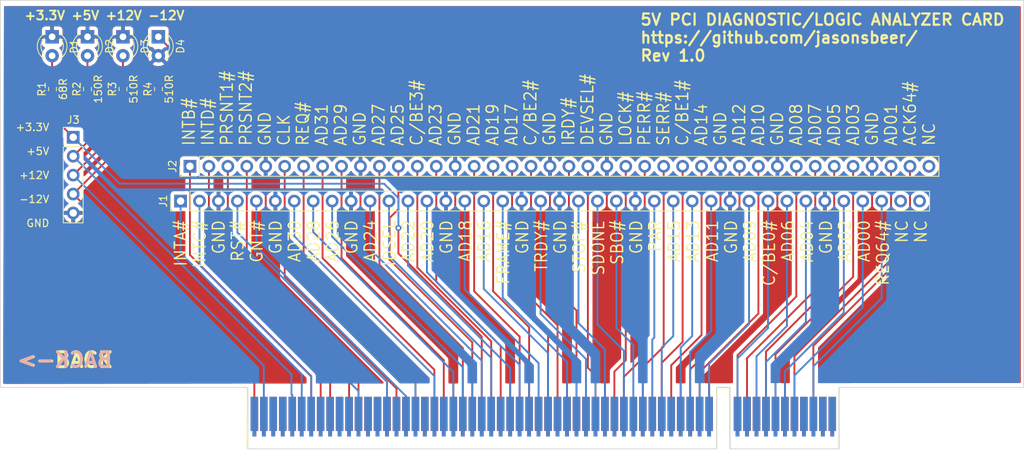
<source format=kicad_pcb>
(kicad_pcb (version 20221018) (generator pcbnew)
  (title_block (title "PCI 5V LOGIC CARD") (date "2023-12-22") (rev "1.0"))
  (layers (0 "F.Cu" signal) (31 "B.Cu" signal) (34 "B.Paste" user) (35 "F.Paste" user) (36 "B.SilkS" user "B.Silkscreen") (37 "F.SilkS" user "F.Silkscreen") (38 "B.Mask" user) (39 "F.Mask" user) (44 "Edge.Cuts" user))
  (net 0 "")
  (net 1 "+12V")
  (net 7 "+5V")
  (net 8 "/INTA#")
  (net 9 "/INTC#")
  (net 11 "GND")
  (net 12 "/RST#")
  (net 13 "/GNT#")
  (net 15 "/AD30")
  (net 16 "/AD28")
  (net 17 "/AD26")
  (net 18 "/AD24")
  (net 20 "/IDSEL")
  (net 21 "/AD22")
  (net 22 "/AD20")
  (net 23 "/AD18")
  (net 24 "/AD16")
  (net 25 "/FRAME#")
  (net 26 "/TRDY#")
  (net 27 "/STOP#")
  (net 28 "/SDONE")
  (net 29 "/SBO#")
  (net 30 "/PAR")
  (net 32 "/AD15")
  (net 33 "/AD13")
  (net 34 "/AD11")
  (net 35 "/AD09")
  (net 37 "/C{slash}BE0#")
  (net 38 "/AD06")
  (net 39 "/AD04")
  (net 40 "/AD02")
  (net 42 "/AD00")
  (net 44 "/REQ64#")
  (net 45 "-12V")
  (net 46 "/INTB#")
  (net 47 "/INTD#")
  (net 48 "/PRSNT1#")
  (net 49 "/PRSNT2#")
  (net 50 "/CLK")
  (net 51 "/REQ#")
  (net 53 "/AD31")
  (net 54 "/AD29")
  (net 55 "/AD27")
  (net 56 "/AD25")
  (net 58 "+3.3V")
  (net 62 "/C{slash}BE3#")
  (net 65 "/AD23")
  (net 66 "/AD21")
  (net 67 "/AD19")
  (net 72 "/AD17")
  (net 73 "/C{slash}BE2#")
  (net 75 "/IRDY#")
  (net 77 "/DEVSEL#")
  (net 78 "/LOCK#")
  (net 80 "/PERR#")
  (net 82 "/SERR#")
  (net 83 "/C{slash}BE1#")
  (net 84 "/AD14")
  (net 85 "/AD12")
  (net 86 "/AD10")
  (net 88 "/AD08")
  (net 89 "/AD07")
  (net 90 "/AD05")
  (net 91 "/AD03")
  (net 92 "/AD01")
  (net 94 "/ACK64#")
  (net 95 "Net-(D1-A)")
  (net 96 "Net-(D2-A)")
  (net 97 "Net-(D3-A)")
  (net 98 "Net-(D4-K)")
  (footprint "LED_THT:LED_D3.0mm" (layer "F.Cu") (at 95.596666 73.18 -90)
    (fp_text reference "D3")
    (fp_text value "LED")
  )
  (footprint "Resistor_SMD:R_0603_1608Metric" (layer "F.Cu") (at 90.84 80.195 90)
    (fp_text reference "R2")
    (fp_text value "150R")
  )
  (footprint "PCI:BUS_PCI" (layer "F.Cu") (at 151.94 125.11)
    (fp_text reference "CN1" hide)
    (fp_text value "Bus_PCI_32bit_5V")
  )
  (footprint "LED_THT:LED_D3.0mm" (layer "F.Cu") (at 100.343334 73.18 -90)
    (fp_text reference "D4")
    (fp_text value "LED")
  )
  (footprint "Resistor_SMD:R_0603_1608Metric" (layer "F.Cu") (at 100.36 80.195 -90)
    (fp_text reference "R4")
    (fp_text value "510R")
  )
  (footprint "Connector_PinHeader_2.54mm:PinHeader_1x05_P2.54mm_Vertical" (layer "F.Cu") (at 88.93 86.66)
    (fp_text reference "J3")
    (fp_text value "Conn_01x05")
  )
  (footprint "Resistor_SMD:R_0603_1608Metric" (layer "F.Cu") (at 86.15 80.195 90)
    (fp_text reference "R1")
    (fp_text value "68R")
  )
  (footprint "LED_THT:LED_D3.0mm" (layer "F.Cu") (at 90.85 73.18 -90)
    (fp_text reference "D2")
    (fp_text value "LED")
  )
  (footprint "Connector_PinHeader_2.54mm:PinHeader_1x40_P2.54mm_Vertical" (layer "F.Cu") (at 104.575 90.56 90)
    (fp_text reference "J2")
    (fp_text value "Conn_01x40")
  )
  (footprint "Resistor_SMD:R_0603_1608Metric" (layer "F.Cu") (at 95.6 80.195 90)
    (fp_text reference "R3")
    (fp_text value "510R")
  )
  (footprint "LED_THT:LED_D3.0mm" (layer "F.Cu") (at 86.103334 73.18 -90)
    (fp_text reference "D1")
    (fp_text value "LED")
  )
  (footprint "Connector_PinHeader_2.54mm:PinHeader_1x40_P2.54mm_Vertical" (layer "F.Cu") (at 103.32 95.22 90)
    (fp_text reference "J1")
    (fp_text value "Conn_01x40")
  )
  (gr_line (start 112.34 120.23) (end 79.165 120.22) (stroke (width 0.1)) (layer "Edge.Cuts"))
  (gr_line (start 216.34 120.23) (end 216.34 68.29) (stroke (width 0.1)) (layer "Edge.Cuts"))
  (gr_line (start 79.165 68.29) (end 216.34 68.29) (stroke (width 0.1)) (layer "Edge.Cuts"))
  (gr_line (start 191.565 128.48) (end 176.99 128.48) (stroke (width 0.1)) (layer "Edge.Cuts"))
  (gr_line (start 191.565 120.23) (end 216.34 120.23) (stroke (width 0.1)) (layer "Edge.Cuts"))
  (gr_line (start 79.165 120.22) (end 79.165 68.29) (stroke (width 0.1)) (layer "Edge.Cuts"))
  (gr_line (start 112.34 128.48) (end 112.34 120.23) (stroke (width 0.1)) (layer "Edge.Cuts"))
  (gr_line (start 176.99 120.205) (end 175.165 120.205) (stroke (width 0.1)) (layer "Edge.Cuts"))
  (gr_line (start 191.565 120.23) (end 191.565 128.48) (stroke (width 0.1)) (layer "Edge.Cuts"))
  (gr_line (start 175.165 120.205) (end 175.165 128.48) (stroke (width 0.1)) (layer "Edge.Cuts"))
  (gr_line (start 175.165 128.48) (end 112.34 128.48) (stroke (width 0.1)) (layer "Edge.Cuts"))
  (gr_line (start 176.99 128.48) (end 176.99 120.205) (stroke (width 0.1)) (layer "Edge.Cuts"))
  (gr_text "BACK->" (at 94.39 117.7) (layer "B.SilkS") (effects (font (size 2 2) (thickness 0.4) bold) (justify left bottom mirror)))
  (gr_text "<-BACK" (at 81.32 117.71) (layer "F.SilkS") (effects (font (size 2 2) (thickness 0.4) bold) (justify left bottom)))
  (gr_text "+3.3V\n\n+5V\n\n+12V\n\n-12V\n\nGND" (at 85.81 98.78) (layer "F.SilkS") (effects (font (size 1 1)) (justify right bottom)))
  (gr_text "+3.3V +5V +12V -12V" (at 82.28 71.02) (layer "F.SilkS") (effects (font (size 1.2 1.2) (thickness 0.24) bold) (justify left bottom)))
  (gr_text "INTB#\nINTD#\nPRSNT1#\nPRSNT2#\nGND\nCLK\nREQ#\nAD31\nAD29\nGND\nAD27\nAD25\nC/BE3#\nAD23\nGND\nAD21\nAD19\nAD17\nC/BE2#\nGND\nIRDY#\nDEVSEL#\nGND\nLOCK#\nPERR#\nSERR#\nC/BE1#\nAD14\nGND\nAD12\nAD10\nGND\nAD08\nAD07\nAD05\nAD03\nGND\nAD01\nACK64#\nNC" (at 204.56 87.92 90) (layer "F.SilkS") (effects (font (size 1.58 1.5) (thickness 0.1875)) (justify left bottom)))
  (gr_text "5V PCI DIAGNOSTIC/LOGIC ANALYZER CARD\nhttps://github.com/jasonsbeer/\nRev 1.0" (at 164.81 76.58) (layer "F.SilkS") (effects (font (size 1.5 1.5) (thickness 0.3) bold) (justify left bottom)))
  (gr_text "INTA#\nINTC#\nGND\nRST#\nGNT#\nGND\nAD30\nAD28\nAD26\nGND\nAD24\nIDSEL\nAD22\nAD20\nGND\nAD18\nAD16\nFRAME#\nGND\nTRDY#\nGND\nSTOP#\nSDONE\nSBO#\nGND\nPAR\nAD15\nAD13\nAD11\nGND\nAD09\nC/BE0#\nAD06\nAD04\nGND\nAD02\nAD00\nREQ64#\nNC\nNC" (at 203.47 97.65 90) (layer "F.SilkS") (effects (font (size 1.58 1.5) (thickness 0.1875)) (justify right bottom)))
  (segment (start 95.6 85.07) (end 95.6 81.02) (width 0.25) (layer "F.Cu") (net 1))
  (segment (start 88.93 91.74) (end 95.6 85.07) (width 0.25) (layer "F.Cu") (net 1))
  (segment (start 114.48 117.29) (end 88.93 91.74) (width 0.25) (layer "B.Cu") (net 1))
  (segment (start 114.48 123.78) (end 114.48 117.29) (width 0.25) (layer "B.Cu") (net 1))
  (segment (start 90.84 87.29) (end 90.84 81.02) (width 0.25) (layer "F.Cu") (net 7))
  (segment (start 88.93 89.2) (end 90.84 87.29) (width 0.25) (layer "F.Cu") (net 7))
  (segment (start 118.29 121.245) (end 118.185 121.14) (width 0.25) (layer "B.Cu") (net 7))
  (segment (start 118.185 121.14) (end 118.185 118.455) (width 0.25) (layer "B.Cu") (net 7))
  (segment (start 118.185 118.455) (end 88.93 89.2) (width 0.25) (layer "B.Cu") (net 7))
  (segment (start 118.29 123.78) (end 118.29 121.245) (width 0.25) (layer "B.Cu") (net 7))
  (segment (start 103.32 102.22) (end 103.32 95.22) (width 0.25) (layer "B.Cu") (net 8))
  (segment (start 119.56 123.78) (end 119.56 118.46) (width 0.25) (layer "B.Cu") (net 8))
  (segment (start 119.56 118.46) (end 103.32 102.22) (width 0.25) (layer "B.Cu") (net 8))
  (segment (start 105.86 103.8) (end 120.83 118.77) (width 0.25) (layer "B.Cu") (net 9))
  (segment (start 120.83 118.77) (end 120.83 123.78) (width 0.25) (layer "B.Cu") (net 9))
  (segment (start 105.86 95.22) (end 105.86 103.8) (width 0.25) (layer "B.Cu") (net 9))
  (segment (start 140.135 106.715) (end 147.5 114.08) (width 0.25) (layer "F.Cu") (net 11))
  (segment (start 160.19 118.22) (end 160.2 118.23) (width 0.25) (layer "F.Cu") (net 11))
  (segment (start 114.735 104.665) (end 127.17 117.1) (width 0.25) (layer "F.Cu") (net 11))
  (segment (start 139.88 115.88) (end 139.88 123.78) (width 0.25) (layer "F.Cu") (net 11))
  (segment (start 174.17 117.74) (end 174.17 123.78) (width 0.25) (layer "F.Cu") (net 11))
  (segment (start 100.36 76.076666) (end 100.343334 76.06) (width 0.25) (layer "F.Cu") (net 11))
  (segment (start 175.695 90.56) (end 175.695 112.245) (width 0.25) (layer "F.Cu") (net 11))
  (segment (start 160.455 90.56) (end 160.455 117.955) (width 0.25) (layer "F.Cu") (net 11))
  (segment (start 183.315 108.595) (end 174.17 117.74) (width 0.25) (layer "F.Cu") (net 11))
  (segment (start 184.33 116.08) (end 196.015 104.395) (width 0.25) (layer "F.Cu") (net 11))
  (segment (start 183.315 90.56) (end 183.315 108.595) (width 0.25) (layer "F.Cu") (net 11))
  (segment (start 184.33 123.78) (end 184.33 116.08) (width 0.25) (layer "F.Cu") (net 11))
  (segment (start 127.435 90.56) (end 127.435 103.435) (width 0.25) (layer "F.Cu") (net 11))
  (segment (start 155.12 110.45) (end 155.12 123.78) (width 0.25) (layer "F.Cu") (net 11))
  (segment (start 147.5 114.08) (end 147.5 123.78) (width 0.25) (layer "F.Cu") (net 11))
  (segment (start 152.835 90.56) (end 152.835 108.165) (width 0.25) (layer "F.Cu") (net 11))
  (segment (start 127.435 103.435) (end 139.88 115.88) (width 0.25) (layer "F.Cu") (net 11))
  (segment (start 140.135 90.56) (end 140.135 106.715) (width 0.25) (layer "F.Cu") (net 11))
  (segment (start 160.2 118.23) (end 160.2 123.78) (width 0.25) (layer "F.Cu") (net 11))
  (segment (start 196.015 104.395) (end 196.015 90.56) (width 0.25) (layer "F.Cu") (net 11))
  (segment (start 170.36 117.58) (end 170.36 123.78) (width 0.25) (layer "F.Cu") (net 11))
  (segment (start 114.735 90.56) (end 114.735 104.665) (width 0.25) (layer "F.Cu") (net 11))
  (segment (start 160.455 117.955) (end 160.19 118.22) (width 0.25) (layer "F.Cu") (net 11))
  (segment (start 175.695 112.245) (end 170.36 117.58) (width 0.25) (layer "F.Cu") (net 11))
  (segment (start 127.17 117.1) (end 127.17 123.78) (width 0.25) (layer "F.Cu") (net 11))
  (segment (start 152.835 108.165) (end 155.12 110.45) (width 0.25) (layer "F.Cu") (net 11))
  (segment (start 108.4 95.22) (end 108.4 101.955) (width 0.25) (layer "B.Cu") (net 11))
  (segment (start 142.42 117.28) (end 142.42 123.78) (width 0.25) (layer "B.Cu") (net 11))
  (segment (start 116.02 95.22) (end 116.02 100.71) (width 0.25) (layer "B.Cu") (net 11))
  (segment (start 156.39 117.05) (end 156.39 123.78) (width 0.25) (layer "B.Cu") (net 11))
  (segment (start 126.18 95.22) (end 126.18 101.04) (width 0.25) (layer "B.Cu") (net 11))
  (segment (start 189.68 95.22) (end 189.68 110.85) (width 0.25) (layer "B.Cu") (net 11))
  (segment (start 189.68 110.85) (end 183.06 117.47) (width 0.25) (layer "B.Cu") (net 11))
  (segment (start 108.4 101.955) (end 127.17 120.725) (width 0.25) (layer "B.Cu") (net 11))
  (segment (start 126.18 101.04) (end 142.42 117.28) (width 0.25) (layer "B.Cu") (net 11))
  (segment (start 164.28 95.22) (end 164.28 112.89) (width 0.25) (layer "B.Cu") (net 11))
  (segment (start 127.17 120.725) (end 127.17 123.78) (width 0.25) (layer "B.Cu") (net 11))
  (segment (start 138.88 106.04) (end 150.04 117.2) (width 0.25) (layer "B.Cu") (net 11))
  (segment (start 154.12 95.22) (end 154.12 110.89) (width 0.25) (layer "B.Cu") (net 11))
  (segment (start 165.28 113.89) (end 165.28 123.78) (width 0.25) (layer "B.Cu") (net 11))
  (segment (start 172.9 115.69) (end 172.9 123.78) (width 0.25) (layer "B.Cu") (net 11))
  (segment (start 154.12 110.89) (end 158.93 115.7) (width 0.25) (layer "B.Cu") (net 11))
  (segment (start 176.98 95.22) (end 176.98 111.61) (width 0.25) (layer "B.Cu") (net 11))
  (segment (start 138.88 95.22) (end 138.88 106.04) (width 0.25) (layer "B.Cu") (net 11))
  (segment (start 183.06 117.47) (end 183.06 123.78) (width 0.25) (layer "B.Cu") (net 11))
  (segment (start 158.93 115.7) (end 158.93 123.78) (width 0.25) (layer "B.Cu") (net 11))
  (segment (start 149.04 95.22) (end 149.04 109.7) (width 0.25) (layer "B.Cu") (net 11))
  (segment (start 149.04 109.7) (end 156.39 117.05) (width 0.25) (layer "B.Cu") (net 11))
  (segment (start 150.04 117.2) (end 150.04 123.78) (width 0.25) (layer "B.Cu") (net 11))
  (segment (start 134.8 119.49) (end 134.8 123.78) (width 0.25) (layer "B.Cu") (net 11))
  (segment (start 176.98 111.61) (end 172.9 115.69) (width 0.25) (layer "B.Cu") (net 11))
  (segment (start 116.02 100.71) (end 134.8 119.49) (width 0.25) (layer "B.Cu") (net 11))
  (segment (start 164.28 112.89) (end 165.28 113.89) (width 0.25) (layer "B.Cu") (net 11))
  (segment (start 110.94 95.22) (end 110.94 99.44) (width 0.25) (layer "B.Cu") (net 12))
  (segment (start 110.94 99.44) (end 130.99 119.49) (width 0.25) (layer "B.Cu") (net 12))
  (segment (start 130.99 119.49) (end 130.99 123.78) (width 0.25) (layer "B.Cu") (net 12))
  (segment (start 113.48 101.343604) (end 133.53 121.393604) (width 0.25) (layer "B.Cu") (net 13))
  (segment (start 113.48 95.22) (end 113.48 101.343604) (width 0.25) (layer "B.Cu") (net 13))
  (segment (start 133.53 121.393604) (end 133.53 123.78) (width 0.25) (layer "B.Cu") (net 13))
  (segment (start 118.56 95.22) (end 118.56 99.93) (width 0.25) (layer "B.Cu") (net 15))
  (segment (start 137.34 118.71) (end 137.34 123.78) (width 0.25) (layer "B.Cu") (net 15))
  (segment (start 118.56 99.93) (end 137.34 118.71) (width 0.25) (layer "B.Cu") (net 15))
  (segment (start 139.88 118.15) (end 139.88 123.78) (width 0.25) (layer "B.Cu") (net 16))
  (segment (start 121.1 95.22) (end 121.1 99.37) (width 0.25) (layer "B.Cu") (net 16))
  (segment (start 121.1 99.37) (end 139.88 118.15) (width 0.25) (layer "B.Cu") (net 16))
  (segment (start 141.15 117.52) (end 141.15 123.78) (width 0.25) (layer "B.Cu") (net 17))
  (segment (start 123.64 100.01) (end 141.15 117.52) (width 0.25) (layer "B.Cu") (net 17))
  (segment (start 123.64 95.22) (end 123.64 100.01) (width 0.25) (layer "B.Cu") (net 17))
  (segment (start 128.72 101.67) (end 143.69 116.64) (width 0.25) (layer "B.Cu") (net 18))
  (segment (start 143.69 116.64) (end 143.69 123.78) (width 0.25) (layer "B.Cu") (net 18))
  (segment (start 128.72 95.22) (end 128.72 101.67) (width 0.25) (layer "B.Cu") (net 18))
  (segment (start 131.26 95.22) (end 131.26 102.55) (width 0.25) (layer "B.Cu") (net 20))
  (segment (start 144.96 116.25) (end 144.96 123.78) (width 0.25) (layer "B.Cu") (net 20))
  (segment (start 131.26 102.55) (end 144.96 116.25) (width 0.25) (layer "B.Cu") (net 20))
  (segment (start 147.5 117.6) (end 147.5 123.78) (width 0.25) (layer "B.Cu") (net 21))
  (segment (start 133.8 103.9) (end 147.5 117.6) (width 0.25) (layer "B.Cu") (net 21))
  (segment (start 133.8 95.22) (end 133.8 103.9) (width 0.25) (layer "B.Cu") (net 21))
  (segment (start 136.34 95.22) (end 136.34 104.77) (width 0.25) (layer "B.Cu") (net 22))
  (segment (start 148.77 117.2) (end 148.77 123.78) (width 0.25) (layer "B.Cu") (net 22))
  (segment (start 136.34 104.77) (end 148.77 117.2) (width 0.25) (layer "B.Cu") (net 22))
  (segment (start 141.42 95.22) (end 141.42 107.08) (width 0.25) (layer "B.Cu") (net 23))
  (segment (start 151.31 116.97) (end 151.31 123.78) (width 0.25) (layer "B.Cu") (net 23))
  (segment (start 141.42 107.08) (end 151.31 116.97) (width 0.25) (layer "B.Cu") (net 23))
  (segment (start 143.96 95.22) (end 143.96 107) (width 0.25) (layer "B.Cu") (net 24))
  (segment (start 143.96 107) (end 152.58 115.62) (width 0.25) (layer "B.Cu") (net 24))
  (segment (start 152.58 115.62) (end 152.58 123.78) (width 0.25) (layer "B.Cu") (net 24))
  (segment (start 146.5 95.22) (end 146.5 108.19) (width 0.25) (layer "B.Cu") (net 25))
  (segment (start 155.12 116.81) (end 155.12 123.78) (width 0.25) (layer "B.Cu") (net 25))
  (segment (start 146.5 108.19) (end 155.12 116.81) (width 0.25) (layer "B.Cu") (net 25))
  (segment (start 151.58 95.22) (end 151.58 110.34) (width 0.25) (layer "B.Cu") (net 26))
  (segment (start 157.66 116.42) (end 157.66 123.78) (width 0.25) (layer "B.Cu") (net 26))
  (segment (start 151.58 110.34) (end 157.66 116.42) (width 0.25) (layer "B.Cu") (net 26))
  (segment (start 156.66 111.61) (end 160.2 115.15) (width 0.25) (layer "B.Cu") (net 27))
  (segment (start 156.66 95.22) (end 156.66 111.61) (width 0.25) (layer "B.Cu") (net 27))
  (segment (start 160.2 115.15) (end 160.2 123.78) (width 0.25) (layer "B.Cu") (net 27))
  (segment (start 162.74 115.31) (end 162.74 123.78) (width 0.25) (layer "B.Cu") (net 28))
  (segment (start 159.2 95.22) (end 159.2 111.77) (width 0.25) (layer "B.Cu") (net 28))
  (segment (start 159.2 111.77) (end 162.74 115.31) (width 0.25) (layer "B.Cu") (net 28))
  (segment (start 161.74 95.22) (end 161.74 112.25) (width 0.25) (layer "B.Cu") (net 29))
  (segment (start 164.01 114.52) (end 164.01 123.78) (width 0.25) (layer "B.Cu") (net 29))
  (segment (start 161.74 112.25) (end 164.01 114.52) (width 0.25) (layer "B.Cu") (net 29))
  (segment (start 166.55 123.78) (end 166.55 113.81) (width 0.25) (layer "B.Cu") (net 30))
  (segment (start 166.55 113.81) (end 166.82 113.54) (width 0.25) (layer "B.Cu") (net 30))
  (segment (start 166.82 113.54) (end 166.82 95.22) (width 0.25) (layer "B.Cu") (net 30))
  (segment (start 169.36 113.34) (end 169.36 95.22) (width 0.25) (layer "B.Cu") (net 32))
  (segment (start 167.82 114.88) (end 169.36 113.34) (width 0.25) (layer "B.Cu") (net 32))
  (segment (start 167.82 123.78) (end 167.82 114.88) (width 0.25) (layer "B.Cu") (net 32))
  (segment (start 171.9 95.22) (end 171.9 113.33) (width 0.25) (layer "B.Cu") (net 33))
  (segment (start 171.9 113.33) (end 170.36 114.87) (width 0.25) (layer "B.Cu") (net 33))
  (segment (start 170.36 114.87) (end 170.36 123.78) (width 0.25) (layer "B.Cu") (net 33))
  (segment (start 171.63 115.53) (end 171.63 123.78) (width 0.25) (layer "B.Cu") (net 34))
  (segment (start 171.6 115.5) (end 171.63 115.53) (width 0.25) (layer "B.Cu") (net 34))
  (segment (start 174.44 112.66) (end 171.6 115.5) (width 0.25) (layer "B.Cu") (net 34))
  (segment (start 174.44 95.22) (end 174.44 112.66) (width 0.25) (layer "B.Cu") (net 34))
  (segment (start 179.52 111.71) (end 174.17 117.06) (width 0.25) (layer "B.Cu") (net 35))
  (segment (start 179.52 95.22) (end 179.52 111.71) (width 0.25) (layer "B.Cu") (net 35))
  (segment (start 174.17 117.06) (end 174.17 123.78) (width 0.25) (layer "B.Cu") (net 35))
  (segment (start 182.06 95.22) (end 182.06 112.26) (width 0.25) (layer "B.Cu") (net 37))
  (segment (start 177.98 116.34) (end 177.98 123.78) (width 0.25) (layer "B.Cu") (net 37))
  (segment (start 182.06 112.26) (end 177.98 116.34) (width 0.25) (layer "B.Cu") (net 37))
  (segment (start 184.6 95.22) (end 184.6 111.98) (width 0.25) (layer "B.Cu") (net 38))
  (segment (start 180.52 116.06) (end 180.52 123.78) (width 0.25) (layer "B.Cu") (net 38))
  (segment (start 184.6 111.98) (end 180.52 116.06) (width 0.25) (layer "B.Cu") (net 38))
  (segment (start 187.14 111.47) (end 181.79 116.82) (width 0.25) (layer "B.Cu") (net 39))
  (segment (start 187.14 95.22) (end 187.14 111.47) (width 0.25) (layer "B.Cu") (net 39))
  (segment (start 181.79 116.82) (end 181.79 123.78) (width 0.25) (layer "B.Cu") (net 39))
  (segment (start 192.22 110.19) (end 184.33 118.08) (width 0.25) (layer "B.Cu") (net 40))
  (segment (start 184.33 118.08) (end 184.33 123.78) (width 0.25) (layer "B.Cu") (net 40))
  (segment (start 192.22 95.22) (end 192.22 110.19) (width 0.25) (layer "B.Cu") (net 40))
  (segment (start 185.6 123.78) (end 185.6 118.63) (width 0.25) (layer "B.Cu") (net 42))
  (segment (start 194.76 109.47) (end 194.76 95.22) (width 0.25) (layer "B.Cu") (net 42))
  (segment (start 185.6 118.63) (end 194.76 109.47) (width 0.25) (layer "B.Cu") (net 42))
  (segment (start 197.3 108.25) (end 197.3 95.22) (width 0.25) (layer "B.Cu") (net 44))
  (segment (start 188.14 123.78) (end 188.14 117.41) (width 0.25) (layer "B.Cu") (net 44))
  (segment (start 188.14 117.41) (end 197.3 108.25) (width 0.25) (layer "B.Cu") (net 44))
  (segment (start 113.21 123.78) (end 113.21 118.56) (width 0.25) (layer "F.Cu") (net 45))
  (segment (start 88.93 94.28) (end 100.36 82.85) (width 0.25) (layer "F.Cu") (net 45))
  (segment (start 113.21 118.56) (end 88.93 94.28) (width 0.25) (layer "F.Cu") (net 45))
  (segment (start 100.36 82.85) (end 100.36 81.02) (width 0.25) (layer "F.Cu") (net 45))
  (segment (start 104.575 90.56) (end 104.575 102.445) (width 0.25) (layer "F.Cu") (net 46))
  (segment (start 104.575 102.445) (end 120.83 118.7) (width 0.25) (layer "F.Cu") (net 46))
  (segment (start 120.83 118.7) (end 120.83 123.78) (width 0.25) (layer "F.Cu") (net 46))
  (segment (start 122.1 118.21) (end 122.1 123.78) (width 0.25) (layer "F.Cu") (net 47))
  (segment (start 107.115 103.225) (end 122.1 118.21) (width 0.25) (layer "F.Cu") (net 47))
  (segment (start 107.115 90.56) (end 107.115 103.225) (width 0.25) (layer "F.Cu") (net 47))
  (segment (start 123.37 116.83) (end 123.37 123.78) (width 0.25) (layer "F.Cu") (net 48))
  (segment (start 109.655 90.56) (end 109.655 103.115) (width 0.25) (layer "F.Cu") (net 48))
  (segment (start 109.655 103.115) (end 123.37 116.83) (width 0.25) (layer "F.Cu") (net 48))
  (segment (start 125.91 118.05) (end 125.91 123.78) (width 0.25) (layer "F.Cu") (net 49))
  (segment (start 112.195 104.335) (end 125.91 118.05) (width 0.25) (layer "F.Cu") (net 49))
  (segment (start 112.195 90.56) (end 112.195 104.335) (width 0.25) (layer "F.Cu") (net 49))
  (segment (start 117.275 105.385) (end 132.26 120.37) (width 0.25) (layer "F.Cu") (net 50))
  (segment (start 132.26 120.37) (end 132.26 123.78) (width 0.25) (layer "F.Cu") (net 50))
  (segment (start 117.275 90.56) (end 117.275 105.385) (width 0.25) (layer "F.Cu") (net 50))
  (segment (start 134.8 118.4) (end 134.8 123.78) (width 0.25) (layer "F.Cu") (net 51))
  (segment (start 119.815 90.56) (end 119.815 103.415) (width 0.25) (layer "F.Cu") (net 51))
  (segment (start 119.815 103.415) (end 134.8 118.4) (width 0.25) (layer "F.Cu") (net 51))
  (segment (start 122.355 102.875) (end 137.34 117.86) (width 0.25) (layer "F.Cu") (net 53))
  (segment (start 137.34 117.86) (end 137.34 123.78) (width 0.25) (layer "F.Cu") (net 53))
  (segment (start 122.355 90.56) (end 122.355 102.875) (width 0.25) (layer "F.Cu") (net 53))
  (segment (start 138.6 116.58) (end 138.6 123.78) (width 0.25) (layer "F.Cu") (net 54))
  (segment (start 124.895 102.875) (end 138.6 116.58) (width 0.25) (layer "F.Cu") (net 54))
  (segment (start 124.895 90.56) (end 124.895 102.875) (width 0.25) (layer "F.Cu") (net 54))
  (segment (start 129.975 90.56) (end 129.975 103.775) (width 0.25) (layer "F.Cu") (net 55))
  (segment (start 141.15 114.95) (end 141.15 123.78) (width 0.25) (layer "F.Cu") (net 55))
  (segment (start 129.975 103.775) (end 141.15 114.95) (width 0.25) (layer "F.Cu") (net 55))
  (segment (start 132.515 90.56) (end 132.515 96.315) (width 0.25) (layer "F.Cu") (net 56))
  (segment (start 131.34 103.09) (end 142.42 114.17) (width 0.25) (layer "F.Cu") (net 56))
  (segment (start 132.515 96.315) (end 131.34 97.49) (width 0.25) (layer "F.Cu") (net 56))
  (segment (start 131.34 97.49) (end 131.34 103.09) (width 0.25) (layer "F.Cu") (net 56))
  (segment (start 142.42 114.17) (end 142.42 123.78) (width 0.25) (layer "F.Cu") (net 56))
  (segment (start 143.69 113.412792) (end 135.018604 104.741396) (width 0.25) (layer "F.Cu") (net 58))
  (segment (start 86.15 83.88) (end 88.93 86.66) (width 0.25) (layer "F.Cu") (net 58))
  (segment (start 135.018604 104.741396) (end 133.83 103.552792) (width 0.25) (layer "F.Cu") (net 58))
  (segment (start 143.69 123.78) (end 143.69 113.412792) (width 0.25) (layer "F.Cu") (net 58))
  (segment (start 86.15 81.02) (end 86.15 83.88) (width 0.25) (layer "F.Cu") (net 58))
  (segment (start 135.018604 104.741396) (end 132.52 102.242792) (width 0.25) (layer "F.Cu") (net 58))
  (segment (start 132.52 102.242792) (end 132.52 98.83) (width 0.25) (layer "F.Cu") (net 58))
  (via (at 132.52 98.83) (size 0.8) (drill 0.4) (layers "F.Cu" "B.Cu") (net 58))
  (segment (start 88.93 86.66) (end 95.16 92.89) (width 0.25) (layer "B.Cu") (net 58))
  (segment (start 130.5917 92.89) (end 132.52 94.818299) (width 0.25) (layer "B.Cu") (net 58))
  (segment (start 132.52 94.818299) (end 132.52 98.83) (width 0.25) (layer "B.Cu") (net 58))
  (segment (start 95.16 92.89) (end 130.5917 92.89) (width 0.25) (layer "B.Cu") (net 58))
  (segment (start 135.055 104.141396) (end 144.96 114.046396) (width 0.25) (layer "F.Cu") (net 62))
  (segment (start 135.055 90.56) (end 135.055 104.141396) (width 0.25) (layer "F.Cu") (net 62))
  (segment (start 144.96 114.046396) (end 144.96 123.78) (width 0.25) (layer "F.Cu") (net 62))
  (segment (start 137.595 106.045) (end 146.23 114.68) (width 0.25) (layer "F.Cu") (net 65))
  (segment (start 146.23 114.68) (end 146.23 123.78) (width 0.25) (layer "F.Cu") (net 65))
  (segment (start 137.595 90.56) (end 137.595 106.045) (width 0.25) (layer "F.Cu") (net 65))
  (segment (start 142.675 107.325) (end 148.77 113.42) (width 0.25) (layer "F.Cu") (net 66))
  (segment (start 148.77 113.42) (end 148.77 123.78) (width 0.25) (layer "F.Cu") (net 66))
  (segment (start 142.675 90.56) (end 142.675 107.325) (width 0.25) (layer "F.Cu") (net 66))
  (segment (start 145.215 107.325) (end 150.04 112.15) (width 0.25) (layer "F.Cu") (net 67))
  (segment (start 145.215 90.56) (end 145.215 107.325) (width 0.25) (layer "F.Cu") (net 67))
  (segment (start 150.04 112.15) (end 150.04 123.78) (width 0.25) (layer "F.Cu") (net 67))
  (segment (start 147.755 107.825) (end 152.58 112.65) (width 0.25) (layer "F.Cu") (net 72))
  (segment (start 147.755 90.56) (end 147.755 107.825) (width 0.25) (layer "F.Cu") (net 72))
  (segment (start 152.58 112.65) (end 152.58 123.78) (width 0.25) (layer "F.Cu") (net 72))
  (segment (start 153.85 111.88) (end 153.85 123.78) (width 0.25) (layer "F.Cu") (net 73))
  (segment (start 150.295 108.325) (end 153.85 111.88) (width 0.25) (layer "F.Cu") (net 73))
  (segment (start 150.295 90.56) (end 150.295 108.325) (width 0.25) (layer "F.Cu") (net 73))
  (segment (start 155.375 90.56) (end 155.375 108.885) (width 0.25) (layer "F.Cu") (net 75))
  (segment (start 156.39 109.9) (end 156.39 123.78) (width 0.25) (layer "F.Cu") (net 75))
  (segment (start 155.375 108.885) (end 156.39 109.9) (width 0.25) (layer "F.Cu") (net 75))
  (segment (start 157.915 117.595) (end 158.93 118.61) (width 0.25) (layer "F.Cu") (net 77))
  (segment (start 158.93 118.61) (end 158.93 123.78) (width 0.25) (layer "F.Cu") (net 77))
  (segment (start 157.915 90.56) (end 157.915 117.595) (width 0.25) (layer "F.Cu") (net 77))
  (segment (start 162.995 116.585) (end 162.995 90.56) (width 0.25) (layer "F.Cu") (net 78))
  (segment (start 161.47 123.78) (end 161.47 118.11) (width 0.25) (layer "F.Cu") (net 78))
  (segment (start 161.47 118.11) (end 162.995 116.585) (width 0.25) (layer "F.Cu") (net 78))
  (segment (start 165.535 90.56) (end 165.535 116.025) (width 0.25) (layer "F.Cu") (net 80))
  (segment (start 162.74 118.82) (end 162.74 123.78) (width 0.25) (layer "F.Cu") (net 80))
  (segment (start 165.535 116.025) (end 162.74 118.82) (width 0.25) (layer "F.Cu") (net 80))
  (segment (start 165.28 123.78) (end 165.28 117.54) (width 0.25) (layer "F.Cu") (net 82))
  (segment (start 165.28 117.54) (end 168.075 114.745) (width 0.25) (layer "F.Cu") (net 82))
  (segment (start 168.075 114.745) (end 168.075 90.56) (width 0.25) (layer "F.Cu") (net 82))
  (segment (start 170.615 114.135) (end 170.615 90.56) (width 0.25) (layer "F.Cu") (net 83))
  (segment (start 167.82 116.93) (end 170.615 114.135) (width 0.25) (layer "F.Cu") (net 83))
  (segment (start 167.82 123.78) (end 167.82 116.93) (width 0.25) (layer "F.Cu") (net 83))
  (segment (start 173.155 113.195) (end 173.155 90.56) (width 0.25) (layer "F.Cu") (net 84))
  (segment (start 169.09 123.78) (end 169.09 117.26) (width 0.25) (layer "F.Cu") (net 84))
  (segment (start 169.09 117.26) (end 173.155 113.195) (width 0.25) (layer "F.Cu") (net 84))
  (segment (start 171.63 117.81) (end 171.63 123.78) (width 0.25) (layer "F.Cu") (net 85))
  (segment (start 178.235 111.205) (end 171.63 117.81) (width 0.25) (layer "F.Cu") (net 85))
  (segment (start 178.235 90.56) (end 178.235 111.205) (width 0.25) (layer "F.Cu") (net 85))
  (segment (start 172.9 123.78) (end 172.9 118.19) (width 0.25) (layer "F.Cu") (net 86))
  (segment (start 172.9 118.19) (end 180.775 110.315) (width 0.25) (layer "F.Cu") (net 86))
  (segment (start 180.775 110.315) (end 180.775 90.56) (width 0.25) (layer "F.Cu") (net 86))
  (segment (start 185.855 108.035) (end 177.98 115.91) (width 0.25) (layer "F.Cu") (net 88))
  (segment (start 177.98 115.91) (end 177.98 123.78) (width 0.25) (layer "F.Cu") (net 88))
  (segment (start 185.855 90.56) (end 185.855 108.035) (width 0.25) (layer "F.Cu") (net 88))
  (segment (start 188.395 107.155) (end 179.25 116.3) (width 0.25) (layer "F.Cu") (net 89))
  (segment (start 188.395 90.56) (end 188.395 107.155) (width 0.25) (layer "F.Cu") (net 89))
  (segment (start 179.25 116.3) (end 179.25 123.78) (width 0.25) (layer "F.Cu") (net 89))
  (segment (start 181.79 115.42) (end 190.935 106.275) (width 0.25) (layer "F.Cu") (net 90))
  (segment (start 181.79 123.78) (end 181.79 115.42) (width 0.25) (layer "F.Cu") (net 90))
  (segment (start 190.935 106.275) (end 190.935 90.56) (width 0.25) (layer "F.Cu") (net 90))
  (segment (start 183.06 115.8) (end 193.475 105.385) (width 0.25) (layer "F.Cu") (net 91))
  (segment (start 193.475 105.385) (end 193.475 90.56) (width 0.25) (layer "F.Cu") (net 91))
  (segment (start 183.06 123.78) (end 183.06 115.8) (width 0.25) (layer "F.Cu") (net 91))
  (segment (start 185.6 116.02) (end 198.555 103.065) (width 0.25) (layer "F.Cu") (net 92))
  (segment (start 185.6 123.78) (end 185.6 116.02) (width 0.25) (layer "F.Cu") (net 92))
  (segment (start 198.555 103.065) (end 198.555 90.56) (width 0.25) (layer "F.Cu") (net 92))
  (segment (start 201.095 101.685) (end 188.14 114.64) (width 0.25) (layer "F.Cu") (net 94))
  (segment (start 188.14 114.64) (end 188.14 123.78) (width 0.25) (layer "F.Cu") (net 94))
  (segment (start 201.095 90.56) (end 201.095 101.685) (width 0.25) (layer "F.Cu") (net 94))
  (segment (start 86.103334 75.72) (end 86.103334 79.323334) (width 0.25) (layer "F.Cu") (net 95))
  (segment (start 86.103334 79.323334) (end 86.15 79.37) (width 0.25) (layer "F.Cu") (net 95))
  (segment (start 90.84 75.73) (end 90.85 75.72) (width 0.25) (layer "F.Cu") (net 96))
  (segment (start 90.84 79.37) (end 90.84 75.73) (width 0.25) (layer "F.Cu") (net 96))
  (segment (start 95.596666 75.72) (end 95.596666 79.366666) (width 0.25) (layer "F.Cu") (net 97))
  (segment (start 95.596666 79.366666) (end 95.6 79.37) (width 0.25) (layer "F.Cu") (net 97))
  (segment (start 102.14 74.976666) (end 100.343334 73.18) (width 0.25) (layer "F.Cu") (net 98))
  (segment (start 100.36 79.37) (end 102.14 77.59) (width 0.25) (layer "F.Cu") (net 98))
  (segment (start 102.14 77.59) (end 102.14 74.976666) (width 0.25) (layer "F.Cu") (net 98))
  (zone (net 11) (net_name "GND") (layer "F.Cu") (connect_pads (clearance 0.5)) (min_thickness 0.25) (fill yes (thermal_gap 0.5) (thermal_bridge_width 0.5))
    (polygon (pts (xy 215.95 119.63) (xy 215.95 69.07) (xy 79.76 69.07) (xy 79.65 119.74)))
  )
  (zone (net 11) (net_name "GND") (layers "F&B.Cu") (connect_pads (clearance 0.5)) (min_thickness 0.25) (fill yes (thermal_gap 0.5) (thermal_bridge_width 0.5))
    (polygon (pts (xy 215.84 119.63) (xy 215.84 69.07) (xy 79.65 69.07) (xy 79.54 119.74)))
  )
)
</source>
